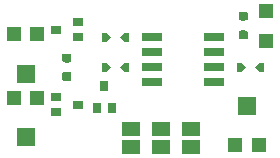
<source format=gbr>
G04 EAGLE Gerber RS-274X export*
G75*
%MOMM*%
%FSLAX34Y34*%
%LPD*%
%INSolderpaste Top*%
%IPPOS*%
%AMOC8*
5,1,8,0,0,1.08239X$1,22.5*%
G01*
%ADD10R,1.651000X0.635000*%
%ADD11R,0.700000X0.900000*%
%ADD12R,1.500000X1.600000*%
%ADD13R,1.200000X1.200000*%
%ADD14R,0.900000X0.700000*%
%ADD15R,1.270000X1.270000*%
%ADD16R,1.600200X1.168400*%

G36*
X212769Y162577D02*
X212769Y162577D01*
X212812Y162576D01*
X212823Y162581D01*
X212837Y162582D01*
X216139Y163344D01*
X216187Y163365D01*
X216237Y163377D01*
X216276Y163406D01*
X216320Y163426D01*
X216355Y163464D01*
X216397Y163495D01*
X216422Y163537D01*
X216455Y163572D01*
X216472Y163621D01*
X216499Y163666D01*
X216508Y163723D01*
X216521Y163760D01*
X216520Y163790D01*
X216526Y163830D01*
X216526Y169672D01*
X216525Y169680D01*
X216526Y169689D01*
X216505Y169777D01*
X216487Y169867D01*
X216482Y169874D01*
X216480Y169882D01*
X216426Y169955D01*
X216374Y170031D01*
X216367Y170035D01*
X216362Y170042D01*
X216284Y170089D01*
X216207Y170138D01*
X216198Y170139D01*
X216191Y170144D01*
X216027Y170171D01*
X209423Y170171D01*
X209415Y170170D01*
X209406Y170171D01*
X209318Y170150D01*
X209228Y170132D01*
X209221Y170127D01*
X209213Y170125D01*
X209140Y170071D01*
X209064Y170019D01*
X209060Y170012D01*
X209053Y170007D01*
X209006Y169929D01*
X208957Y169852D01*
X208956Y169843D01*
X208951Y169836D01*
X208924Y169672D01*
X208924Y163830D01*
X208934Y163779D01*
X208934Y163727D01*
X208954Y163683D01*
X208963Y163635D01*
X208993Y163592D01*
X209013Y163545D01*
X209048Y163511D01*
X209076Y163471D01*
X209120Y163443D01*
X209157Y163407D01*
X209210Y163385D01*
X209243Y163364D01*
X209273Y163359D01*
X209311Y163344D01*
X212613Y162582D01*
X212643Y162581D01*
X212671Y162572D01*
X212769Y162577D01*
G37*
G36*
X216035Y147330D02*
X216035Y147330D01*
X216044Y147329D01*
X216132Y147350D01*
X216222Y147368D01*
X216229Y147373D01*
X216237Y147375D01*
X216310Y147429D01*
X216386Y147481D01*
X216390Y147488D01*
X216397Y147493D01*
X216444Y147571D01*
X216493Y147648D01*
X216494Y147657D01*
X216499Y147664D01*
X216526Y147828D01*
X216526Y153670D01*
X216516Y153721D01*
X216516Y153773D01*
X216496Y153817D01*
X216487Y153865D01*
X216457Y153908D01*
X216437Y153955D01*
X216402Y153989D01*
X216374Y154029D01*
X216330Y154057D01*
X216293Y154093D01*
X216240Y154115D01*
X216207Y154136D01*
X216177Y154141D01*
X216139Y154156D01*
X212837Y154918D01*
X212807Y154919D01*
X212779Y154928D01*
X212682Y154923D01*
X212638Y154924D01*
X212627Y154919D01*
X212613Y154918D01*
X209311Y154156D01*
X209263Y154135D01*
X209213Y154123D01*
X209174Y154094D01*
X209130Y154074D01*
X209095Y154036D01*
X209053Y154005D01*
X209028Y153963D01*
X208995Y153928D01*
X208978Y153879D01*
X208951Y153834D01*
X208942Y153777D01*
X208929Y153740D01*
X208931Y153710D01*
X208924Y153670D01*
X208924Y147828D01*
X208925Y147820D01*
X208924Y147811D01*
X208945Y147723D01*
X208963Y147633D01*
X208968Y147626D01*
X208970Y147618D01*
X209024Y147545D01*
X209076Y147469D01*
X209083Y147465D01*
X209088Y147458D01*
X209166Y147411D01*
X209243Y147362D01*
X209252Y147361D01*
X209259Y147356D01*
X209423Y147329D01*
X216027Y147329D01*
X216035Y147330D01*
G37*
G36*
X66810Y112405D02*
X66810Y112405D01*
X66819Y112404D01*
X66907Y112425D01*
X66997Y112443D01*
X67004Y112448D01*
X67012Y112450D01*
X67085Y112504D01*
X67161Y112556D01*
X67165Y112563D01*
X67172Y112568D01*
X67219Y112646D01*
X67268Y112723D01*
X67269Y112732D01*
X67274Y112739D01*
X67301Y112903D01*
X67301Y118745D01*
X67291Y118796D01*
X67291Y118848D01*
X67271Y118892D01*
X67262Y118940D01*
X67232Y118983D01*
X67212Y119030D01*
X67177Y119064D01*
X67149Y119104D01*
X67105Y119132D01*
X67068Y119168D01*
X67015Y119190D01*
X66982Y119211D01*
X66952Y119216D01*
X66914Y119231D01*
X63612Y119993D01*
X63582Y119994D01*
X63554Y120003D01*
X63457Y119998D01*
X63413Y119999D01*
X63402Y119994D01*
X63388Y119993D01*
X60086Y119231D01*
X60038Y119210D01*
X59988Y119198D01*
X59949Y119169D01*
X59905Y119149D01*
X59870Y119111D01*
X59828Y119080D01*
X59803Y119038D01*
X59770Y119003D01*
X59753Y118954D01*
X59726Y118909D01*
X59717Y118852D01*
X59704Y118815D01*
X59706Y118785D01*
X59699Y118745D01*
X59699Y112903D01*
X59700Y112895D01*
X59699Y112886D01*
X59720Y112798D01*
X59738Y112708D01*
X59743Y112701D01*
X59745Y112693D01*
X59799Y112620D01*
X59851Y112544D01*
X59858Y112540D01*
X59863Y112533D01*
X59941Y112486D01*
X60018Y112437D01*
X60027Y112436D01*
X60034Y112431D01*
X60198Y112404D01*
X66802Y112404D01*
X66810Y112405D01*
G37*
G36*
X63544Y127652D02*
X63544Y127652D01*
X63587Y127651D01*
X63598Y127656D01*
X63612Y127657D01*
X66914Y128419D01*
X66962Y128440D01*
X67012Y128452D01*
X67051Y128481D01*
X67095Y128501D01*
X67130Y128539D01*
X67172Y128570D01*
X67197Y128612D01*
X67230Y128647D01*
X67247Y128696D01*
X67274Y128741D01*
X67283Y128798D01*
X67296Y128835D01*
X67295Y128865D01*
X67301Y128905D01*
X67301Y134747D01*
X67300Y134755D01*
X67301Y134764D01*
X67280Y134852D01*
X67262Y134942D01*
X67257Y134949D01*
X67255Y134957D01*
X67201Y135030D01*
X67149Y135106D01*
X67142Y135110D01*
X67137Y135117D01*
X67059Y135164D01*
X66982Y135213D01*
X66973Y135214D01*
X66966Y135219D01*
X66802Y135246D01*
X60198Y135246D01*
X60190Y135245D01*
X60181Y135246D01*
X60093Y135225D01*
X60003Y135207D01*
X59996Y135202D01*
X59988Y135200D01*
X59915Y135146D01*
X59839Y135094D01*
X59835Y135087D01*
X59828Y135082D01*
X59781Y135004D01*
X59732Y134927D01*
X59731Y134918D01*
X59726Y134911D01*
X59699Y134747D01*
X59699Y128905D01*
X59709Y128854D01*
X59709Y128802D01*
X59729Y128758D01*
X59738Y128710D01*
X59768Y128667D01*
X59788Y128620D01*
X59823Y128586D01*
X59851Y128546D01*
X59895Y128518D01*
X59932Y128482D01*
X59985Y128460D01*
X60018Y128439D01*
X60048Y128434D01*
X60086Y128419D01*
X63388Y127657D01*
X63418Y127656D01*
X63446Y127647D01*
X63544Y127652D01*
G37*
G36*
X97167Y145426D02*
X97167Y145426D01*
X97180Y145424D01*
X97264Y145446D01*
X97350Y145463D01*
X97360Y145471D01*
X97372Y145474D01*
X97508Y145570D01*
X100810Y148872D01*
X100815Y148879D01*
X100822Y148884D01*
X100869Y148961D01*
X100920Y149038D01*
X100921Y149046D01*
X100926Y149053D01*
X100939Y149143D01*
X100956Y149233D01*
X100954Y149242D01*
X100956Y149250D01*
X100933Y149338D01*
X100913Y149427D01*
X100909Y149434D01*
X100906Y149442D01*
X100810Y149578D01*
X97508Y152880D01*
X97497Y152887D01*
X97490Y152897D01*
X97415Y152942D01*
X97342Y152990D01*
X97330Y152992D01*
X97319Y152999D01*
X97155Y153026D01*
X93853Y153026D01*
X93845Y153025D01*
X93836Y153026D01*
X93748Y153005D01*
X93658Y152987D01*
X93651Y152982D01*
X93643Y152980D01*
X93570Y152926D01*
X93494Y152874D01*
X93490Y152867D01*
X93483Y152862D01*
X93436Y152784D01*
X93387Y152707D01*
X93386Y152698D01*
X93381Y152691D01*
X93354Y152527D01*
X93354Y145923D01*
X93355Y145915D01*
X93354Y145906D01*
X93375Y145818D01*
X93393Y145728D01*
X93398Y145721D01*
X93400Y145713D01*
X93454Y145640D01*
X93506Y145564D01*
X93513Y145560D01*
X93518Y145553D01*
X93596Y145506D01*
X93673Y145457D01*
X93682Y145456D01*
X93689Y145451D01*
X93853Y145424D01*
X97155Y145424D01*
X97167Y145426D01*
G37*
G36*
X97167Y120026D02*
X97167Y120026D01*
X97180Y120024D01*
X97264Y120046D01*
X97350Y120063D01*
X97360Y120071D01*
X97372Y120074D01*
X97508Y120170D01*
X100810Y123472D01*
X100815Y123479D01*
X100822Y123484D01*
X100869Y123561D01*
X100920Y123638D01*
X100921Y123646D01*
X100926Y123653D01*
X100939Y123743D01*
X100956Y123833D01*
X100954Y123842D01*
X100956Y123850D01*
X100933Y123938D01*
X100913Y124027D01*
X100909Y124034D01*
X100906Y124042D01*
X100810Y124178D01*
X97508Y127480D01*
X97497Y127487D01*
X97490Y127497D01*
X97415Y127542D01*
X97342Y127590D01*
X97330Y127592D01*
X97319Y127599D01*
X97155Y127626D01*
X93853Y127626D01*
X93845Y127625D01*
X93836Y127626D01*
X93748Y127605D01*
X93658Y127587D01*
X93651Y127582D01*
X93643Y127580D01*
X93570Y127526D01*
X93494Y127474D01*
X93490Y127467D01*
X93483Y127462D01*
X93436Y127384D01*
X93387Y127307D01*
X93386Y127298D01*
X93381Y127291D01*
X93354Y127127D01*
X93354Y120523D01*
X93355Y120515D01*
X93354Y120506D01*
X93375Y120418D01*
X93393Y120328D01*
X93398Y120321D01*
X93400Y120313D01*
X93454Y120240D01*
X93506Y120164D01*
X93513Y120160D01*
X93518Y120153D01*
X93596Y120106D01*
X93673Y120057D01*
X93682Y120056D01*
X93689Y120051D01*
X93853Y120024D01*
X97155Y120024D01*
X97167Y120026D01*
G37*
G36*
X211467Y120026D02*
X211467Y120026D01*
X211480Y120024D01*
X211564Y120046D01*
X211650Y120063D01*
X211660Y120071D01*
X211672Y120074D01*
X211808Y120170D01*
X215110Y123472D01*
X215115Y123479D01*
X215122Y123484D01*
X215169Y123561D01*
X215220Y123638D01*
X215221Y123646D01*
X215226Y123653D01*
X215239Y123743D01*
X215256Y123833D01*
X215254Y123842D01*
X215256Y123850D01*
X215233Y123938D01*
X215213Y124027D01*
X215209Y124034D01*
X215206Y124042D01*
X215110Y124178D01*
X211808Y127480D01*
X211797Y127487D01*
X211790Y127497D01*
X211715Y127542D01*
X211642Y127590D01*
X211630Y127592D01*
X211619Y127599D01*
X211455Y127626D01*
X208153Y127626D01*
X208145Y127625D01*
X208136Y127626D01*
X208048Y127605D01*
X207958Y127587D01*
X207951Y127582D01*
X207943Y127580D01*
X207870Y127526D01*
X207794Y127474D01*
X207790Y127467D01*
X207783Y127462D01*
X207736Y127384D01*
X207687Y127307D01*
X207686Y127298D01*
X207681Y127291D01*
X207654Y127127D01*
X207654Y120523D01*
X207655Y120515D01*
X207654Y120506D01*
X207675Y120418D01*
X207693Y120328D01*
X207698Y120321D01*
X207700Y120313D01*
X207754Y120240D01*
X207806Y120164D01*
X207813Y120160D01*
X207818Y120153D01*
X207896Y120106D01*
X207973Y120057D01*
X207982Y120056D01*
X207989Y120051D01*
X208153Y120024D01*
X211455Y120024D01*
X211467Y120026D01*
G37*
G36*
X115705Y145425D02*
X115705Y145425D01*
X115714Y145424D01*
X115802Y145445D01*
X115892Y145463D01*
X115899Y145468D01*
X115907Y145470D01*
X115980Y145524D01*
X116056Y145576D01*
X116060Y145583D01*
X116067Y145588D01*
X116114Y145666D01*
X116163Y145743D01*
X116164Y145752D01*
X116169Y145759D01*
X116196Y145923D01*
X116196Y152527D01*
X116195Y152535D01*
X116196Y152544D01*
X116175Y152632D01*
X116157Y152722D01*
X116152Y152729D01*
X116150Y152737D01*
X116096Y152810D01*
X116044Y152886D01*
X116037Y152890D01*
X116032Y152897D01*
X115954Y152944D01*
X115877Y152993D01*
X115868Y152994D01*
X115861Y152999D01*
X115697Y153026D01*
X112395Y153026D01*
X112383Y153024D01*
X112370Y153026D01*
X112286Y153004D01*
X112200Y152987D01*
X112190Y152980D01*
X112178Y152976D01*
X112042Y152880D01*
X108740Y149578D01*
X108735Y149571D01*
X108729Y149566D01*
X108681Y149489D01*
X108630Y149412D01*
X108629Y149404D01*
X108624Y149397D01*
X108611Y149307D01*
X108594Y149217D01*
X108596Y149209D01*
X108594Y149200D01*
X108617Y149112D01*
X108637Y149023D01*
X108642Y149016D01*
X108644Y149008D01*
X108740Y148872D01*
X112042Y145570D01*
X112053Y145563D01*
X112060Y145553D01*
X112135Y145509D01*
X112208Y145460D01*
X112220Y145458D01*
X112231Y145451D01*
X112395Y145424D01*
X115697Y145424D01*
X115705Y145425D01*
G37*
G36*
X230005Y120025D02*
X230005Y120025D01*
X230014Y120024D01*
X230102Y120045D01*
X230192Y120063D01*
X230199Y120068D01*
X230207Y120070D01*
X230280Y120124D01*
X230356Y120176D01*
X230360Y120183D01*
X230367Y120188D01*
X230414Y120266D01*
X230463Y120343D01*
X230464Y120352D01*
X230469Y120359D01*
X230496Y120523D01*
X230496Y127127D01*
X230495Y127135D01*
X230496Y127144D01*
X230475Y127232D01*
X230457Y127322D01*
X230452Y127329D01*
X230450Y127337D01*
X230396Y127410D01*
X230344Y127486D01*
X230337Y127490D01*
X230332Y127497D01*
X230254Y127544D01*
X230177Y127593D01*
X230168Y127594D01*
X230161Y127599D01*
X229997Y127626D01*
X226695Y127626D01*
X226683Y127624D01*
X226670Y127626D01*
X226586Y127604D01*
X226500Y127587D01*
X226490Y127580D01*
X226478Y127576D01*
X226342Y127480D01*
X223040Y124178D01*
X223035Y124171D01*
X223029Y124166D01*
X222981Y124089D01*
X222930Y124012D01*
X222929Y124004D01*
X222924Y123997D01*
X222911Y123907D01*
X222894Y123817D01*
X222896Y123809D01*
X222894Y123800D01*
X222917Y123712D01*
X222937Y123623D01*
X222942Y123616D01*
X222944Y123608D01*
X223040Y123472D01*
X226342Y120170D01*
X226353Y120163D01*
X226360Y120153D01*
X226435Y120109D01*
X226508Y120060D01*
X226520Y120058D01*
X226531Y120051D01*
X226695Y120024D01*
X229997Y120024D01*
X230005Y120025D01*
G37*
G36*
X115705Y120025D02*
X115705Y120025D01*
X115714Y120024D01*
X115802Y120045D01*
X115892Y120063D01*
X115899Y120068D01*
X115907Y120070D01*
X115980Y120124D01*
X116056Y120176D01*
X116060Y120183D01*
X116067Y120188D01*
X116114Y120266D01*
X116163Y120343D01*
X116164Y120352D01*
X116169Y120359D01*
X116196Y120523D01*
X116196Y127127D01*
X116195Y127135D01*
X116196Y127144D01*
X116175Y127232D01*
X116157Y127322D01*
X116152Y127329D01*
X116150Y127337D01*
X116096Y127410D01*
X116044Y127486D01*
X116037Y127490D01*
X116032Y127497D01*
X115954Y127544D01*
X115877Y127593D01*
X115868Y127594D01*
X115861Y127599D01*
X115697Y127626D01*
X112395Y127626D01*
X112383Y127624D01*
X112370Y127626D01*
X112286Y127604D01*
X112200Y127587D01*
X112190Y127580D01*
X112178Y127576D01*
X112042Y127480D01*
X108740Y124178D01*
X108735Y124171D01*
X108729Y124166D01*
X108681Y124089D01*
X108630Y124012D01*
X108629Y124004D01*
X108624Y123997D01*
X108611Y123907D01*
X108594Y123817D01*
X108596Y123809D01*
X108594Y123800D01*
X108617Y123712D01*
X108637Y123623D01*
X108642Y123616D01*
X108644Y123608D01*
X108740Y123472D01*
X112042Y120170D01*
X112053Y120163D01*
X112060Y120153D01*
X112135Y120109D01*
X112208Y120060D01*
X112220Y120058D01*
X112231Y120051D01*
X112395Y120024D01*
X115697Y120024D01*
X115705Y120025D01*
G37*
D10*
X135763Y149225D03*
X135763Y136525D03*
X135763Y123825D03*
X135763Y111125D03*
X188087Y111125D03*
X188087Y123825D03*
X188087Y136525D03*
X188087Y149225D03*
D11*
X88750Y88925D03*
X95250Y107925D03*
X101750Y88925D03*
D12*
X215900Y91200D03*
D13*
X205900Y57950D03*
X225900Y57950D03*
D14*
X73000Y149075D03*
X54000Y155575D03*
X73000Y162075D03*
D12*
X28575Y118350D03*
D13*
X38575Y151600D03*
X18575Y151600D03*
D14*
X54000Y98575D03*
X73000Y92075D03*
X54000Y85575D03*
D12*
X28575Y64375D03*
D13*
X38575Y97625D03*
X18575Y97625D03*
D15*
X231775Y146050D03*
X231775Y171450D03*
D16*
X168275Y55880D03*
X168275Y71120D03*
X142875Y55880D03*
X142875Y71120D03*
X117475Y55880D03*
X117475Y71120D03*
M02*

</source>
